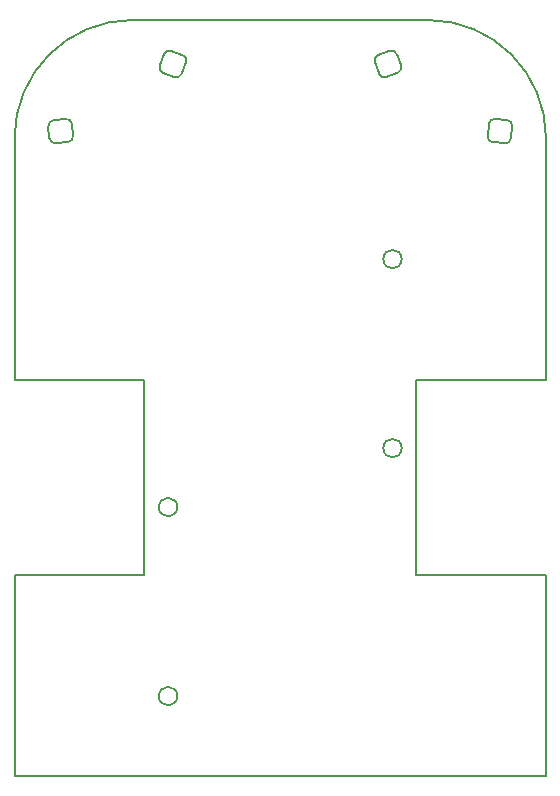
<source format=gko>
G04 #@! TF.GenerationSoftware,KiCad,Pcbnew,(5.1.9)-1*
G04 #@! TF.CreationDate,2021-05-10T17:03:18+09:00*
G04 #@! TF.ProjectId,part02,70617274-3032-42e6-9b69-6361645f7063,rev?*
G04 #@! TF.SameCoordinates,Original*
G04 #@! TF.FileFunction,Profile,NP*
%FSLAX46Y46*%
G04 Gerber Fmt 4.6, Leading zero omitted, Abs format (unit mm)*
G04 Created by KiCad (PCBNEW (5.1.9)-1) date 2021-05-10 17:03:18*
%MOMM*%
%LPD*%
G01*
G04 APERTURE LIST*
G04 #@! TA.AperFunction,Profile*
%ADD10C,0.200000*%
G04 #@! TD*
G04 APERTURE END LIST*
D10*
X110283499Y-104250000D02*
G75*
G03*
X110283499Y-104250000I-783499J0D01*
G01*
X91283500Y-125250000D02*
G75*
G03*
X91283500Y-125250000I-783500J0D01*
G01*
X91283499Y-109250000D02*
G75*
G03*
X91283499Y-109250000I-783500J0D01*
G01*
X110283499Y-88250001D02*
G75*
G03*
X110283499Y-88250001I-783500J0D01*
G01*
X112500000Y-68000000D02*
X87500000Y-68000000D01*
X112500000Y-68000000D02*
G75*
G02*
X122500000Y-78000000I0J-10000000D01*
G01*
X122500000Y-98500001D02*
X122500000Y-78000000D01*
X111500000Y-98500001D02*
X122500000Y-98500001D01*
X111500000Y-115000001D02*
X111500000Y-98500001D01*
X122500000Y-115000001D02*
X111500000Y-115000001D01*
X122500000Y-132000000D02*
X122500000Y-115000001D01*
X77500000Y-132000000D02*
X122500000Y-132000000D01*
X77500000Y-115000000D02*
X77500000Y-132000000D01*
X88500000Y-115000000D02*
X77500000Y-115000000D01*
X88500000Y-98500000D02*
X88500000Y-115000000D01*
X77500000Y-98500000D02*
X88500000Y-98500000D01*
X77500000Y-78000000D02*
X77500000Y-98500000D01*
X77500000Y-78000000D02*
G75*
G02*
X87500000Y-68000000I10000000J0D01*
G01*
X90133645Y-70906421D02*
G75*
G02*
X90774501Y-70607585I469846J-171010D01*
G01*
X89791624Y-71846114D02*
X90133644Y-70906421D01*
X90090461Y-72486971D02*
G75*
G02*
X89791624Y-71846114I171010J469847D01*
G01*
X91030153Y-72828990D02*
X90090461Y-72486970D01*
X91671009Y-72530154D02*
G75*
G02*
X91030153Y-72828990I-469846J171010D01*
G01*
X92013030Y-71590462D02*
X91671010Y-72530154D01*
X91714194Y-70949604D02*
G75*
G02*
X92013030Y-71590462I-171011J-469847D01*
G01*
X90774501Y-70607585D02*
X91714193Y-70949605D01*
X117638343Y-76831397D02*
G75*
G02*
X118180019Y-76376877I498098J-43578D01*
G01*
X117551188Y-77827592D02*
X117638344Y-76831397D01*
X118005707Y-78369267D02*
G75*
G02*
X117551188Y-77827592I43578J498097D01*
G01*
X119001902Y-78456423D02*
X118005707Y-78369267D01*
X119543578Y-78001903D02*
G75*
G02*
X119001902Y-78456423I-498098J43578D01*
G01*
X119630733Y-77005708D02*
X119543577Y-78001903D01*
X119176213Y-76464034D02*
G75*
G02*
X119630733Y-77005708I-43577J-498097D01*
G01*
X118180019Y-76376877D02*
X119176214Y-76464033D01*
X80998097Y-78456422D02*
G75*
G02*
X80456422Y-78001903I-43578J498097D01*
G01*
X81994292Y-78369267D02*
X80998097Y-78456423D01*
X82448811Y-77827592D02*
G75*
G02*
X81994292Y-78369267I-498097J-43578D01*
G01*
X82361655Y-76831397D02*
X82448811Y-77827592D01*
X81819980Y-76376878D02*
G75*
G02*
X82361655Y-76831397I43578J-498097D01*
G01*
X80823785Y-76464033D02*
X81819980Y-76376877D01*
X80369265Y-77005709D02*
G75*
G02*
X80823785Y-76464033I498098J43578D01*
G01*
X80456422Y-78001903D02*
X80369266Y-77005708D01*
X110208374Y-71846114D02*
G75*
G02*
X109909538Y-72486970I-469846J-171010D01*
G01*
X109866355Y-70906421D02*
X110208375Y-71846114D01*
X109225498Y-70607584D02*
G75*
G02*
X109866355Y-70906421I171010J-469847D01*
G01*
X108285806Y-70949605D02*
X109225498Y-70607585D01*
X107986970Y-71590461D02*
G75*
G02*
X108285806Y-70949605I469846J171010D01*
G01*
X108328989Y-72530154D02*
X107986969Y-71590462D01*
X108969846Y-72828991D02*
G75*
G02*
X108328989Y-72530154I-171010J469847D01*
G01*
X109909538Y-72486970D02*
X108969846Y-72828990D01*
M02*

</source>
